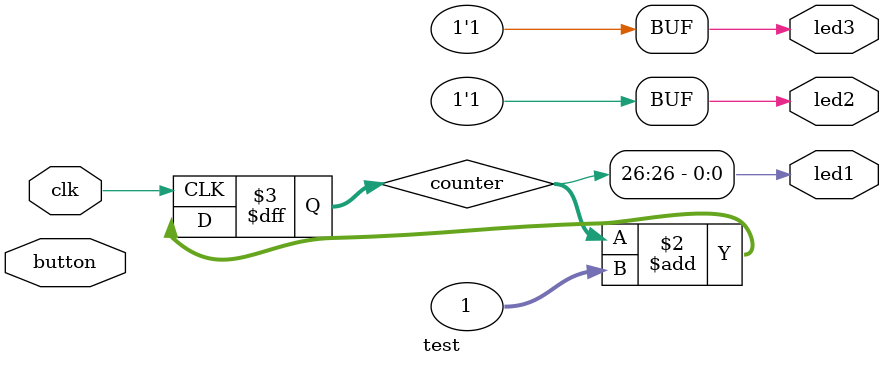
<source format=v>
module test
(
    input button,
    input clk,
    output led1,
    output led2,
    output led3
);

    reg [32:0] counter;

    assign led1 = counter[26];
    assign led2 = 1'b1;
    assign led3 = 1'b1;

    always @ (posedge clk) counter <= counter + 1;

endmodule

</source>
